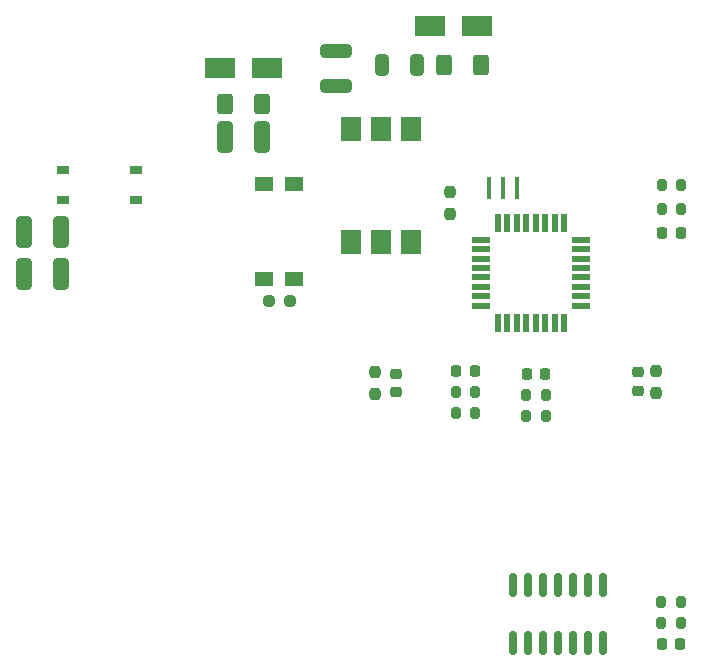
<source format=gbr>
%TF.GenerationSoftware,KiCad,Pcbnew,(6.0.10)*%
%TF.CreationDate,2023-05-17T01:35:15+02:00*%
%TF.ProjectId,spotter,73706f74-7465-4722-9e6b-696361645f70,1.0*%
%TF.SameCoordinates,Original*%
%TF.FileFunction,Paste,Top*%
%TF.FilePolarity,Positive*%
%FSLAX46Y46*%
G04 Gerber Fmt 4.6, Leading zero omitted, Abs format (unit mm)*
G04 Created by KiCad (PCBNEW (6.0.10)) date 2023-05-17 01:35:15*
%MOMM*%
%LPD*%
G01*
G04 APERTURE LIST*
G04 Aperture macros list*
%AMRoundRect*
0 Rectangle with rounded corners*
0 $1 Rounding radius*
0 $2 $3 $4 $5 $6 $7 $8 $9 X,Y pos of 4 corners*
0 Add a 4 corners polygon primitive as box body*
4,1,4,$2,$3,$4,$5,$6,$7,$8,$9,$2,$3,0*
0 Add four circle primitives for the rounded corners*
1,1,$1+$1,$2,$3*
1,1,$1+$1,$4,$5*
1,1,$1+$1,$6,$7*
1,1,$1+$1,$8,$9*
0 Add four rect primitives between the rounded corners*
20,1,$1+$1,$2,$3,$4,$5,0*
20,1,$1+$1,$4,$5,$6,$7,0*
20,1,$1+$1,$6,$7,$8,$9,0*
20,1,$1+$1,$8,$9,$2,$3,0*%
G04 Aperture macros list end*
%ADD10R,1.000000X0.800000*%
%ADD11RoundRect,0.237500X0.237500X-0.250000X0.237500X0.250000X-0.237500X0.250000X-0.237500X-0.250000X0*%
%ADD12RoundRect,0.200000X0.200000X0.275000X-0.200000X0.275000X-0.200000X-0.275000X0.200000X-0.275000X0*%
%ADD13R,2.500000X1.800000*%
%ADD14RoundRect,0.200000X-0.200000X-0.275000X0.200000X-0.275000X0.200000X0.275000X-0.200000X0.275000X0*%
%ADD15RoundRect,0.237500X-0.237500X0.250000X-0.237500X-0.250000X0.237500X-0.250000X0.237500X0.250000X0*%
%ADD16RoundRect,0.225000X0.225000X0.250000X-0.225000X0.250000X-0.225000X-0.250000X0.225000X-0.250000X0*%
%ADD17RoundRect,0.218750X0.256250X-0.218750X0.256250X0.218750X-0.256250X0.218750X-0.256250X-0.218750X0*%
%ADD18RoundRect,0.250000X0.400000X0.625000X-0.400000X0.625000X-0.400000X-0.625000X0.400000X-0.625000X0*%
%ADD19R,1.780000X2.000000*%
%ADD20RoundRect,0.250000X-1.075000X0.312500X-1.075000X-0.312500X1.075000X-0.312500X1.075000X0.312500X0*%
%ADD21RoundRect,0.225000X-0.225000X-0.250000X0.225000X-0.250000X0.225000X0.250000X-0.225000X0.250000X0*%
%ADD22R,0.400000X1.900000*%
%ADD23RoundRect,0.250000X-0.400000X-1.075000X0.400000X-1.075000X0.400000X1.075000X-0.400000X1.075000X0*%
%ADD24RoundRect,0.225000X-0.250000X0.225000X-0.250000X-0.225000X0.250000X-0.225000X0.250000X0.225000X0*%
%ADD25RoundRect,0.250000X-0.400000X-0.625000X0.400000X-0.625000X0.400000X0.625000X-0.400000X0.625000X0*%
%ADD26RoundRect,0.150000X0.150000X-0.825000X0.150000X0.825000X-0.150000X0.825000X-0.150000X-0.825000X0*%
%ADD27RoundRect,0.250000X0.400000X1.075000X-0.400000X1.075000X-0.400000X-1.075000X0.400000X-1.075000X0*%
%ADD28R,1.600000X0.550000*%
%ADD29R,0.550000X1.600000*%
%ADD30RoundRect,0.237500X0.250000X0.237500X-0.250000X0.237500X-0.250000X-0.237500X0.250000X-0.237500X0*%
%ADD31RoundRect,0.250000X-0.325000X-0.650000X0.325000X-0.650000X0.325000X0.650000X-0.325000X0.650000X0*%
%ADD32R,1.500000X1.300000*%
G04 APERTURE END LIST*
D10*
%TO.C,D3*%
X123671000Y-103124000D03*
X123671000Y-105664000D03*
X129821000Y-105664000D03*
X129821000Y-103124000D03*
%TD*%
D11*
%TO.C,R2*%
X173888400Y-121968900D03*
X173888400Y-120143900D03*
%TD*%
D12*
%TO.C,R6*%
X175958000Y-139700000D03*
X174308000Y-139700000D03*
%TD*%
D13*
%TO.C,D2*%
X136938000Y-94488000D03*
X140938000Y-94488000D03*
%TD*%
D14*
%TO.C,R12*%
X162878000Y-122174000D03*
X164528000Y-122174000D03*
%TD*%
D15*
%TO.C,R1*%
X150114000Y-120245500D03*
X150114000Y-122070500D03*
%TD*%
D16*
%TO.C,C5*%
X164478000Y-120396000D03*
X162928000Y-120396000D03*
%TD*%
D17*
%TO.C,PWR1*%
X172339000Y-120243500D03*
X172339000Y-121818500D03*
%TD*%
D18*
%TO.C,R8*%
X159030000Y-94234000D03*
X155930000Y-94234000D03*
%TD*%
D19*
%TO.C,U2*%
X148082000Y-109159000D03*
X150622000Y-109159000D03*
X153162000Y-109159000D03*
X153162000Y-99629000D03*
X150622000Y-99629000D03*
X148082000Y-99629000D03*
%TD*%
D20*
%TO.C,R18*%
X146812000Y-93025500D03*
X146812000Y-95950500D03*
%TD*%
D21*
%TO.C,C3*%
X174425000Y-108400000D03*
X175975000Y-108400000D03*
%TD*%
D14*
%TO.C,R11*%
X174308000Y-141478000D03*
X175958000Y-141478000D03*
%TD*%
D22*
%TO.C,Y1*%
X159700000Y-104605000D03*
X160900000Y-104605000D03*
X162100000Y-104605000D03*
%TD*%
D14*
%TO.C,R7*%
X162878000Y-123952000D03*
X164528000Y-123952000D03*
%TD*%
D23*
%TO.C,R15*%
X120402000Y-111941000D03*
X123502000Y-111941000D03*
%TD*%
D24*
%TO.C,C1*%
X151892000Y-120383000D03*
X151892000Y-121933000D03*
%TD*%
D25*
%TO.C,R14*%
X137388000Y-97536000D03*
X140488000Y-97536000D03*
%TD*%
D26*
%TO.C,U3*%
X161798000Y-143191000D03*
X163068000Y-143191000D03*
X164338000Y-143191000D03*
X165608000Y-143191000D03*
X166878000Y-143191000D03*
X168148000Y-143191000D03*
X169418000Y-143191000D03*
X169418000Y-138241000D03*
X168148000Y-138241000D03*
X166878000Y-138241000D03*
X165608000Y-138241000D03*
X164338000Y-138241000D03*
X163068000Y-138241000D03*
X161798000Y-138241000D03*
%TD*%
D27*
%TO.C,R16*%
X123502000Y-108385000D03*
X120402000Y-108385000D03*
%TD*%
D28*
%TO.C,U1*%
X167550000Y-109000000D03*
X167550000Y-109800000D03*
X167550000Y-110600000D03*
X167550000Y-111400000D03*
X167550000Y-112200000D03*
X167550000Y-113000000D03*
X167550000Y-113800000D03*
X167550000Y-114600000D03*
D29*
X166100000Y-116050000D03*
X165300000Y-116050000D03*
X164500000Y-116050000D03*
X163700000Y-116050000D03*
X162900000Y-116050000D03*
X162100000Y-116050000D03*
X161300000Y-116050000D03*
X160500000Y-116050000D03*
D28*
X159050000Y-114600000D03*
X159050000Y-113800000D03*
X159050000Y-113000000D03*
X159050000Y-112200000D03*
X159050000Y-111400000D03*
X159050000Y-110600000D03*
X159050000Y-109800000D03*
X159050000Y-109000000D03*
D29*
X160500000Y-107550000D03*
X161300000Y-107550000D03*
X162100000Y-107550000D03*
X162900000Y-107550000D03*
X163700000Y-107550000D03*
X164500000Y-107550000D03*
X165300000Y-107550000D03*
X166100000Y-107550000D03*
%TD*%
D30*
%TO.C,R17*%
X141073500Y-114173000D03*
X142898500Y-114173000D03*
%TD*%
D31*
%TO.C,C7*%
X150671000Y-94234000D03*
X153621000Y-94234000D03*
%TD*%
D15*
%TO.C,R3*%
X156464000Y-105005500D03*
X156464000Y-106830500D03*
%TD*%
D13*
%TO.C,D1*%
X158718000Y-90932000D03*
X154718000Y-90932000D03*
%TD*%
D16*
%TO.C,C4*%
X158509000Y-120142000D03*
X156959000Y-120142000D03*
%TD*%
D14*
%TO.C,R4*%
X174375000Y-104400000D03*
X176025000Y-104400000D03*
%TD*%
%TO.C,R9*%
X156909000Y-123698000D03*
X158559000Y-123698000D03*
%TD*%
D16*
%TO.C,C6*%
X175908000Y-143256000D03*
X174358000Y-143256000D03*
%TD*%
D32*
%TO.C,U4*%
X143256000Y-112323000D03*
X140716000Y-112323000D03*
X140716000Y-104323000D03*
X143256000Y-104323000D03*
%TD*%
D23*
%TO.C,R10*%
X137388000Y-100330000D03*
X140488000Y-100330000D03*
%TD*%
D12*
%TO.C,R5*%
X176025000Y-106400000D03*
X174375000Y-106400000D03*
%TD*%
D14*
%TO.C,R13*%
X156909000Y-121920000D03*
X158559000Y-121920000D03*
%TD*%
M02*

</source>
